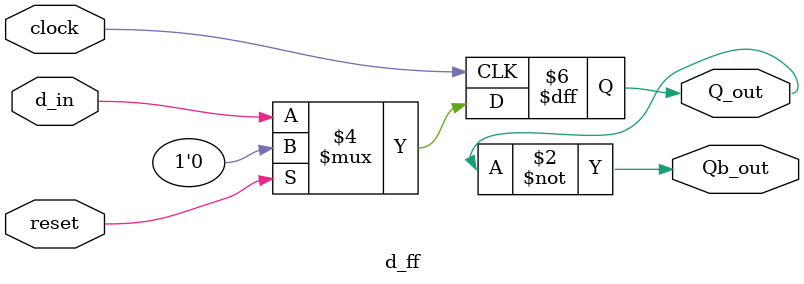
<source format=v>
module d_ff(clock,
	   reset,
	   d_in,
	   Q_out,
	   Qb_out);

   //Step1 : Declare Port Directions
		input clock,reset,d_in;
		output reg Q_out;
		output Qb_out;
   /*Understand the Behaviour of D flip-flop &
   check the coding style of synchronous reset*/

   always@(posedge clock)
      begin
	 if(reset)
	    Q_out <= 1'b0;
	 else
	    Q_out <= d_in;
      end

   //Step2 : Write the logic for Qbar				
	assign Qb_out = ~Q_out;			 
endmodule          



</source>
